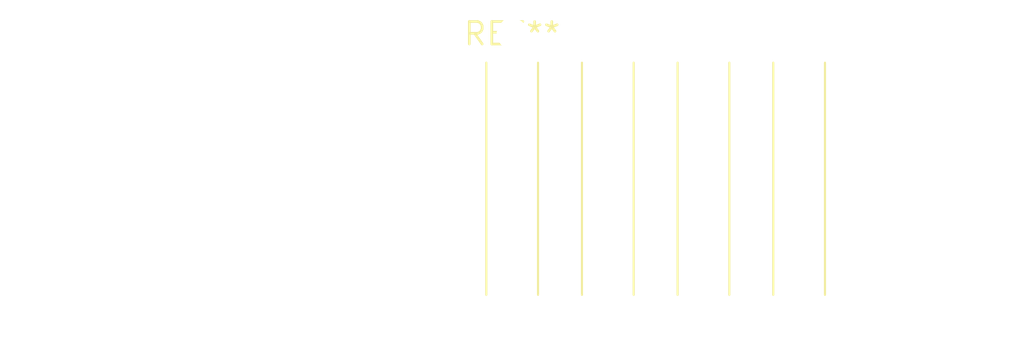
<source format=kicad_pcb>
(kicad_pcb (version 20240108) (generator pcbnew)
  (layers (0 "F.Cu" signal) (31 "B.Cu" signal) (34 "B.Paste" user) (35 "F.Paste" user) (36 "B.SilkS" user "B.Silkscreen") (37 "F.SilkS" user "F.Silkscreen") (38 "B.Mask" user) (39 "F.Mask" user) (44 "Edge.Cuts" user))
  (net 0 "")
  (footprint "SolderWire-1sqmm_1x04_P5.4mm_D1.4mm_OD2.7mm_Relief" (layer "F.Cu") (at 0 0)
    (property "Reference" "REF**")
    (property "Value" "SolderWire-1sqmm_1x04_P5.4mm_D1.4mm_OD2.7mm_Relief")
    (fp_line (start -1.46 1.635) (end -1.46 14.74) (layer "F.SilkS") (stroke (width 0.12)))
    (fp_line (start 1.46 1.635) (end 1.46 14.74) (layer "F.SilkS") (stroke (width 0.12)))
    (fp_line (start 3.94 1.635) (end 3.94 14.74) (layer "F.SilkS") (stroke (width 0.12)))
    (fp_line (start 6.86 1.635) (end 6.86 14.74) (layer "F.SilkS") (stroke (width 0.12)))
    (fp_line (start 9.34 1.635) (end 9.34 14.74) (layer "F.SilkS") (stroke (width 0.12)))
    (fp_line (start 12.26 1.635) (end 12.26 14.74) (layer "F.SilkS") (stroke (width 0.12)))
    (fp_line (start 14.74 1.635) (end 14.74 14.74) (layer "F.SilkS") (stroke (width 0.12)))
    (fp_line (start 17.66 1.635) (end 17.66 14.74) (layer "F.SilkS") (stroke (width 0.12)))
    (pad "" np_thru_hole circle (at 0 16.2) (size 3.2 3.2) (drill 3.2) (layers *.Cu *.Mask))
    (pad "" np_thru_hole circle (at 5.4 16.2) (size 3.2 3.2) (drill 3.2) (layers *.Cu *.Mask))
    (pad "" np_thru_hole circle (at 10.8 16.2) (size 3.2 3.2) (drill 3.2) (layers *.Cu *.Mask))
    (pad "" np_thru_hole circle (at 16.2 16.2) (size 3.2 3.2) (drill 3.2) (layers *.Cu *.Mask))
    (pad "1" thru_hole roundrect (at 0 0) (size 2.75 2.75) (drill 1.75) (layers *.Cu *.Mask) (remove_unused_layers) (roundrect_rratio 0.090909))
    (pad "2" thru_hole circle (at 5.4 0) (size 2.75 2.75) (drill 1.75) (layers *.Cu *.Mask) (remove_unused_layers))
    (pad "3" thru_hole circle (at 10.8 0) (size 2.75 2.75) (drill 1.75) (layers *.Cu *.Mask) (remove_unused_layers))
    (pad "4" thru_hole circle (at 16.2 0) (size 2.75 2.75) (drill 1.75) (layers *.Cu *.Mask) (remove_unused_layers))
  )
)
</source>
